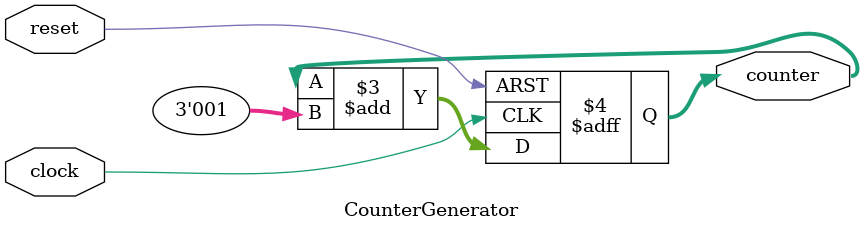
<source format=v>
module CounterGenerator(clock, reset, counter);

input wire clock, reset;
output reg [2:0]counter;

always @ (posedge clock or posedge reset) begin
	if (reset == 1) begin
		counter <= 3'b000;
	end
	else begin
		counter <= counter + 3'b001;
	end
end

endmodule

</source>
